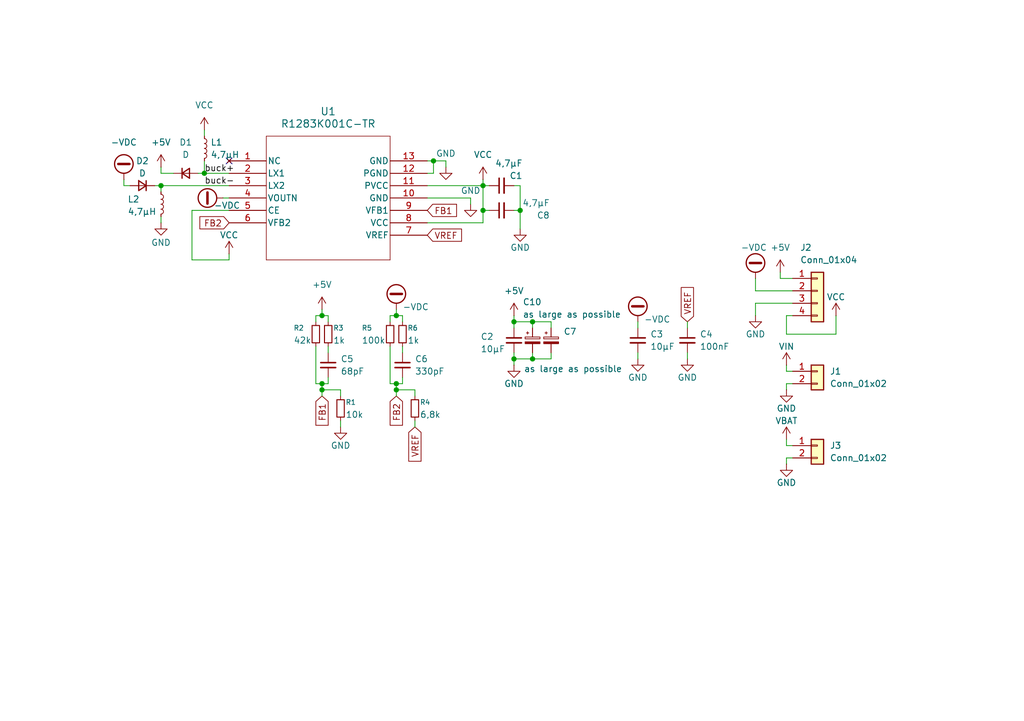
<source format=kicad_sch>
(kicad_sch (version 20250114) (generator "eeschema") (generator_version "9.0")
  (paper "A5")
  (lib_symbols
    (symbol "2025-10-09_16-12-42:R1283K001C-TR" (pin_names (offset 0.254))
      (property "Reference" "U" (at 20.32 10.16 0))
      (property "Value" "R1283K001C-TR" (at 20.32 7.62 0))
      (symbol "R1283K001C-TR_0_1"
        (polyline (pts (xy 7.62 5.08) (xy 7.62 -20.32)) (stroke (width 0.127)))
        (polyline (pts (xy 7.62 -20.32) (xy 33.02 -20.32)) (stroke (width 0.127)))
        (polyline (pts (xy 33.02 5.08) (xy 7.62 5.08)) (stroke (width 0.127)))
        (polyline (pts (xy 33.02 -20.32) (xy 33.02 5.08)) (stroke (width 0.127)))
        (pin no_connect line (at 0 0 0) (length 7.62) (name "NC") (number "1"))
        (pin power_in line (at 0 -2.54 0) (length 7.62) (name "LX1") (number "2"))
        (pin power_in line (at 0 -5.08 0) (length 7.62) (name "LX2") (number "3"))
        (pin output line (at 0 -7.62 0) (length 7.62) (name "VOUTN") (number "4"))
        (pin input line (at 0 -10.16 0) (length 7.62) (name "CE") (number "5"))
        (pin bidirectional line (at 0 -12.7 0) (length 7.62) (name "VFB2") (number "6"))
        (pin power_out line (at 40.64 0 180) (length 7.62) (name "GND") (number "13"))
        (pin power_out line (at 40.64 -2.54 180) (length 7.62) (name "PGND") (number "12"))
        (pin power_in line (at 40.64 -5.08 180) (length 7.62) (name "PVCC") (number "11"))
        (pin power_out line (at 40.64 -7.62 180) (length 7.62) (name "GND") (number "10"))
        (pin input line (at 40.64 -10.16 180) (length 7.62) (name "VFB1") (number "9"))
        (pin power_in line (at 40.64 -12.7 180) (length 7.62) (name "VCC") (number "8"))
        (pin power_in line (at 40.64 -15.24 180) (length 7.62) (name "VREF") (number "7"))
      )
    )
    (symbol "Battery_Management_Extra:MCP73831" (pin_names (offset 1.016))
      (property "Reference" "U" (at 6.35 6.35 0))
      (property "Value" "MCP73831" (at 0 -6.35 0))
      (symbol "MCP73831_0_1"
        (rectangle (start -7.62 5.08) (end 7.62 -5.08) (fill (type background)))
      )
      (symbol "MCP73831_1_1"
        (pin power_in line (at -10.16 2.54 0) (length 2.54) (name "VDD") (number "4"))
        (pin output line (at -10.16 -2.54 0) (length 2.54) (name "STAT") (number "1"))
        (pin power_out line (at 10.16 2.54 180) (length 2.54) (name "VBAT") (number "3"))
        (pin input line (at 10.16 0 180) (length 2.54) (name "PROG") (number "5"))
        (pin power_in line (at 10.16 -2.54 180) (length 2.54) (name "GND") (number "2"))
      )
    )
    (symbol "Connector_Generic:Conn_01x02" (pin_names (offset 1.016) (hide yes))
      (property "Reference" "J" (at 0 2.54 0))
      (property "Value" "Conn_01x02" (at 0 -5.08 0))
      (symbol "Conn_01x02_1_1"
        (rectangle (start -1.27 1.27) (end 1.27 -3.81) (stroke (width 0.254)) (fill (type background)))
        (rectangle (start -1.27 0.127) (end 0 -0.127) (stroke (width 0.1524)))
        (rectangle (start -1.27 -2.413) (end 0 -2.667) (stroke (width 0.1524)))
        (pin passive line (at -5.08 0 0) (length 3.81) (name "Pin_1") (number "1"))
        (pin passive line (at -5.08 -2.54 0) (length 3.81) (name "Pin_2") (number "2"))
      )
    )
    (symbol "Connector_Generic:Conn_01x04" (pin_names (offset 1.016) (hide yes))
      (property "Reference" "J" (at 0 5.08 0))
      (property "Value" "Conn_01x04" (at 0 -7.62 0))
      (symbol "Conn_01x04_1_1"
        (rectangle (start -1.27 3.81) (end 1.27 -6.35) (stroke (width 0.254)) (fill (type background)))
        (rectangle (start -1.27 2.667) (end 0 2.413) (stroke (width 0.1524)))
        (rectangle (start -1.27 0.127) (end 0 -0.127) (stroke (width 0.1524)))
        (rectangle (start -1.27 -2.413) (end 0 -2.667) (stroke (width 0.1524)))
        (rectangle (start -1.27 -4.953) (end 0 -5.207) (stroke (width 0.1524)))
        (pin passive line (at -5.08 2.54 0) (length 3.81) (name "Pin_1") (number "1"))
        (pin passive line (at -5.08 0 0) (length 3.81) (name "Pin_2") (number "2"))
        (pin passive line (at -5.08 -2.54 0) (length 3.81) (name "Pin_3") (number "3"))
        (pin passive line (at -5.08 -5.08 0) (length 3.81) (name "Pin_4") (number "4"))
      )
    )
    (symbol "Device:C_Polarized_Small" (pin_numbers (hide yes)) (pin_names (offset 0.254) (hide yes))
      (property "Reference" "C" (at 0.254 1.778 0))
      (property "Value" "C_Polarized_Small" (at 0.254 -2.032 0))
      (symbol "C_Polarized_Small_0_1"
        (rectangle (start -1.524 0.6858) (end 1.524 0.3048))
        (rectangle (start -1.524 -0.3048) (end 1.524 -0.6858) (fill (type outline)))
        (polyline (pts (xy -1.27 1.524) (xy -0.762 1.524)))
        (polyline (pts (xy -1.016 1.27) (xy -1.016 1.778)))
      )
      (symbol "C_Polarized_Small_1_1"
        (pin passive line (at 0 2.54 270) (length 1.8542) (name "~") (number "1"))
        (pin passive line (at 0 -2.54 90) (length 1.8542) (name "~") (number "2"))
      )
    )
    (symbol "Device:C_Small" (pin_numbers (hide yes)) (pin_names (offset 0.254) (hide yes))
      (property "Reference" "C" (at 0.254 1.778 0))
      (property "Value" "C_Small" (at 0.254 -2.032 0))
      (symbol "C_Small_0_1"
        (polyline (pts (xy -1.524 0.508) (xy 1.524 0.508)) (stroke (width 0.3048)))
        (polyline (pts (xy -1.524 -0.508) (xy 1.524 -0.508)) (stroke (width 0.3302)))
      )
      (symbol "C_Small_1_1"
        (pin passive line (at 0 2.54 270) (length 2.032) (name "~") (number "1"))
        (pin passive line (at 0 -2.54 90) (length 2.032) (name "~") (number "2"))
      )
    )
    (symbol "Device:D_Schottky_Small" (pin_numbers (hide yes)) (pin_names (offset 0.254) (hide yes))
      (property "Reference" "D" (at -1.27 2.032 0))
      (property "Value" "D_Schottky_Small" (at -7.112 -2.032 0))
      (symbol "D_Schottky_Small_0_1"
        (polyline (pts (xy -1.27 0.762) (xy -1.27 1.016) (xy -0.762 1.016) (xy -0.762 -1.016) (xy -0.254 -1.016) (xy -0.254 -0.762)) (stroke (width 0.254)))
        (polyline (pts (xy -0.762 0) (xy 0.762 0)))
        (polyline (pts (xy 0.762 -1.016) (xy -0.762 0) (xy 0.762 1.016) (xy 0.762 -1.016)) (stroke (width 0.254)))
      )
      (symbol "D_Schottky_Small_1_1"
        (pin passive line (at -2.54 0 0) (length 1.778) (name "K") (number "1"))
        (pin passive line (at 2.54 0 180) (length 1.778) (name "A") (number "2"))
      )
    )
    (symbol "Device:D_Small" (pin_numbers (hide yes)) (pin_names (offset 0.254) (hide yes))
      (property "Reference" "D" (at -1.27 2.032 0))
      (property "Value" "D_Small" (at -3.81 -2.032 0))
      (symbol "D_Small_0_1"
        (polyline (pts (xy -0.762 0) (xy 0.762 0)))
        (polyline (pts (xy -0.762 -1.016) (xy -0.762 1.016)) (stroke (width 0.254)))
        (polyline (pts (xy 0.762 -1.016) (xy -0.762 0) (xy 0.762 1.016) (xy 0.762 -1.016)) (stroke (width 0.254)))
      )
      (symbol "D_Small_1_1"
        (pin passive line (at -2.54 0 0) (length 1.778) (name "K") (number "1"))
        (pin passive line (at 2.54 0 180) (length 1.778) (name "A") (number "2"))
      )
    )
    (symbol "Device:LED_Small" (pin_numbers (hide yes)) (pin_names (offset 0.254) (hide yes))
      (property "Reference" "D" (at -1.27 3.175 0))
      (property "Value" "LED_Small" (at -4.445 -2.54 0))
      (symbol "LED_Small_0_1"
        (polyline (pts (xy -0.762 -1.016) (xy -0.762 1.016)) (stroke (width 0.254)))
        (polyline (pts (xy 0 0.762) (xy -0.508 1.27) (xy -0.254 1.27) (xy -0.508 1.27) (xy -0.508 1.016)))
        (polyline (pts (xy 0.508 1.27) (xy 0 1.778) (xy 0.254 1.778) (xy 0 1.778) (xy 0 1.524)))
        (polyline (pts (xy 0.762 -1.016) (xy -0.762 0) (xy 0.762 1.016) (xy 0.762 -1.016)) (stroke (width 0.254)))
        (polyline (pts (xy 1.016 0) (xy -0.762 0)))
      )
      (symbol "LED_Small_1_1"
        (pin passive line (at -2.54 0 0) (length 1.778) (name "K") (number "1"))
        (pin passive line (at 2.54 0 180) (length 1.778) (name "A") (number "2"))
      )
    )
    (symbol "Device:L_Small" (pin_numbers (hide yes)) (pin_names (offset 0.254) (hide yes))
      (property "Reference" "L" (at 0.762 1.016 0))
      (property "Value" "L_Small" (at 0.762 -1.016 0))
      (symbol "L_Small_0_1"
        (arc (start 0 2.032) (mid 0.5058 1.524) (end 0 1.016))
        (arc (start 0 1.016) (mid 0.5058 0.508) (end 0 0))
        (arc (start 0 0) (mid 0.5058 -0.508) (end 0 -1.016))
        (arc (start 0 -1.016) (mid 0.5058 -1.524) (end 0 -2.032))
      )
      (symbol "L_Small_1_1"
        (pin passive line (at 0 2.54 270) (length 0.508) (name "~") (number "1"))
        (pin passive line (at 0 -2.54 90) (length 0.508) (name "~") (number "2"))
      )
    )
    (symbol "Device:R_Small" (pin_numbers (hide yes)) (pin_names (offset 0.254) (hide yes))
      (property "Reference" "R" (at 0 0 90))
      (property "Value" "R_Small" (at 1.778 0 90))
      (symbol "R_Small_0_1"
        (rectangle (start -0.762 1.778) (end 0.762 -1.778) (stroke (width 0.2032)))
      )
      (symbol "R_Small_1_1"
        (pin passive line (at 0 2.54 270) (length 0.762) (name "~") (number "1"))
        (pin passive line (at 0 -2.54 90) (length 0.762) (name "~") (number "2"))
      )
    )
    (symbol "GND_1" (power) (pin_numbers (hide yes)) (pin_names (offset 0) (hide yes))
      (property "Value" "GND" (at 0 -3.81 0))
      (symbol "GND_1_0_1"
        (polyline (pts (xy 0 0) (xy 0 -1.27) (xy 1.27 -1.27) (xy 0 -2.54) (xy -1.27 -1.27) (xy 0 -1.27)))
      )
      (symbol "GND_1_1_1"
        (pin power_in line (at 0 0 270) (length 0) (name "~") (number "1"))
      )
    )
    (symbol "Transistor_FET:BSS84" (pin_names (hide yes))
      (property "Reference" "Q" (at 5.08 1.905 0))
      (property "Value" "BSS84" (at 5.08 0 0))
      (symbol "BSS84_0_1"
        (polyline (pts (xy 0.254 1.905) (xy 0.254 -1.905)) (stroke (width 0.254)))
        (polyline (pts (xy 0.254 0) (xy -2.54 0)))
        (polyline (pts (xy 0.762 2.286) (xy 0.762 1.27)) (stroke (width 0.254)))
        (polyline (pts (xy 0.762 1.778) (xy 3.302 1.778) (xy 3.302 -1.778) (xy 0.762 -1.778)))
        (polyline (pts (xy 0.762 0.508) (xy 0.762 -0.508)) (stroke (width 0.254)))
        (polyline (pts (xy 0.762 -1.27) (xy 0.762 -2.286)) (stroke (width 0.254)))
        (circle (center 1.651 0) (radius 2.794) (stroke (width 0.254)))
        (polyline (pts (xy 2.286 0) (xy 1.27 0.381) (xy 1.27 -0.381) (xy 2.286 0)) (fill (type outline)))
        (polyline (pts (xy 2.54 2.54) (xy 2.54 1.778)))
        (circle (center 2.54 1.778) (radius 0.254) (fill (type outline)))
        (circle (center 2.54 -1.778) (radius 0.254) (fill (type outline)))
        (polyline (pts (xy 2.54 -2.54) (xy 2.54 0) (xy 0.762 0)))
        (polyline (pts (xy 2.794 -0.508) (xy 2.921 -0.381) (xy 3.683 -0.381) (xy 3.81 -0.254)))
        (polyline (pts (xy 3.302 -0.381) (xy 2.921 0.254) (xy 3.683 0.254) (xy 3.302 -0.381)))
      )
      (symbol "BSS84_1_1"
        (pin input line (at -5.08 0 0) (length 2.54) (name "G") (number "1"))
        (pin passive line (at 2.54 5.08 270) (length 2.54) (name "D") (number "3"))
        (pin passive line (at 2.54 -5.08 90) (length 2.54) (name "S") (number "2"))
      )
    )
    (symbol "VCC_1" (power) (pin_numbers (hide yes)) (pin_names (offset 0) (hide yes))
      (property "Value" "VCC" (at 0 3.556 0))
      (symbol "VCC_1_0_1"
        (polyline (pts (xy -0.762 1.27) (xy 0 2.54)))
        (polyline (pts (xy 0 2.54) (xy 0.762 1.27)))
        (polyline (pts (xy 0 0) (xy 0 2.54)))
      )
      (symbol "VCC_1_1_1"
        (pin power_in line (at 0 0 90) (length 0) (name "~") (number "1"))
      )
    )
    (symbol "power:+5V" (power) (pin_numbers (hide yes)) (pin_names (offset 0) (hide yes))
      (property "Value" "+5V" (at 0 3.556 0))
      (symbol "+5V_0_1"
        (polyline (pts (xy -0.762 1.27) (xy 0 2.54)))
        (polyline (pts (xy 0 2.54) (xy 0.762 1.27)))
        (polyline (pts (xy 0 0) (xy 0 2.54)))
      )
      (symbol "+5V_1_1"
        (pin power_in line (at 0 0 90) (length 0) (name "~") (number "1"))
      )
    )
    (symbol "power:-VDC" (power) (pin_numbers (hide yes)) (pin_names (offset 0) (hide yes))
      (property "Value" "-VDC" (at 0 6.35 0))
      (symbol "-VDC_0_1"
        (polyline (pts (xy -1.143 3.175) (xy 1.143 3.175)) (stroke (width 0.508)))
        (circle (center 0 3.175) (radius 1.905) (stroke (width 0.254)))
        (polyline (pts (xy 0 0) (xy 0 1.27)))
      )
      (symbol "-VDC_1_1"
        (pin power_in line (at 0 0 90) (length 0) (name "~") (number "1"))
      )
    )
    (symbol "power:GND" (power) (pin_names (offset 0))
      (property "Value" "GND" (at 0 -3.81 0))
      (symbol "GND_0_1"
        (polyline (pts (xy 0 0) (xy 0 -1.27) (xy 1.27 -1.27) (xy 0 -2.54) (xy -1.27 -1.27) (xy 0 -1.27)))
      )
      (symbol "GND_1_1"
        (pin power_in line (at 0 0 270) (length 0) (hide yes) (name "GND") (number "1"))
      )
    )
    (symbol "power_extra:VBAT" (power) (pin_names (offset 0))
      (property "Value" "VBAT" (at 0 3.556 0))
      (symbol "VBAT_0_1"
        (polyline (pts (xy -0.762 1.27) (xy 0 2.54)))
        (polyline (pts (xy 0 2.54) (xy 0.762 1.27)))
        (polyline (pts (xy 0 0) (xy 0 2.54)))
      )
      (symbol "VBAT_1_1"
        (pin power_in line (at 0 0 90) (length 0) (hide yes) (name "VBAT") (number "1"))
      )
    )
  )
  (junction (at 99.06 38.1))
  (junction (at -52.07 82.55))
  (junction (at 109.22 73.66))
  (junction (at 66.04 64.77))
  (junction (at -24.13 49.53) (diameter 1.016))
  (junction (at 41.91 35.56))
  (junction (at 81.28 64.77))
  (junction (at -46.99 49.53))
  (junction (at 81.28 78.74))
  (junction (at 66.04 80.01))
  (junction (at 105.41 73.66))
  (junction (at 81.28 80.01))
  (junction (at 33.02 38.1))
  (junction (at 106.68 43.18))
  (junction (at -52.07 76.2))
  (junction (at 109.22 66.04))
  (junction (at 105.41 66.04))
  (junction (at 99.06 43.18))
  (junction (at -41.91 82.55) (diameter 1.016))
  (junction (at 66.04 78.74))
  (junction (at 88.9 33.02))
  (no_connect (at 46.99 33.02))
  (wire (pts (xy 33.02 38.1) (xy 46.99 38.1)))
  (wire (pts (xy -52.07 49.53) (xy -46.99 49.53)))
  (wire (pts (xy 161.29 64.77) (xy 162.56 64.77)))
  (wire (pts (xy 39.37 53.34) (xy 46.99 53.34)))
  (wire (pts (xy 161.29 76.2) (xy 162.56 76.2)))
  (wire (pts (xy 161.29 78.74) (xy 162.56 78.74)))
  (wire (pts (xy 81.28 81.28) (xy 81.28 80.01)))
  (wire (pts (xy 161.29 93.98) (xy 162.56 93.98)))
  (wire (pts (xy -66.04 54.61) (xy -66.04 53.34)))
  (wire (pts (xy -45.72 54.61) (xy -49.53 54.61)))
  (wire (pts (xy 31.75 38.1) (xy 33.02 38.1)))
  (wire (pts (xy -60.96 48.26) (xy -60.96 49.53)))
  (wire (pts (xy 161.29 68.58) (xy 171.45 68.58)))
  (wire (pts (xy 33.02 38.1) (xy 33.02 39.37)))
  (wire (pts (xy 66.04 80.01) (xy 69.85 80.01)))
  (wire (pts (xy 82.55 71.12) (xy 82.55 72.39)))
  (wire (pts (xy -52.07 69.85) (xy -52.07 76.2)))
  (wire (pts (xy 69.85 81.28) (xy 69.85 80.01)))
  (wire (pts (xy 66.04 78.74) (xy 66.04 80.01)))
  (wire (pts (xy 82.55 77.47) (xy 82.55 78.74)))
  (wire (pts (xy 87.63 33.02) (xy 88.9 33.02)))
  (wire (pts (xy -54.61 54.61) (xy -58.42 54.61)))
  (wire (pts (xy -41.91 71.12) (xy -41.91 69.85)))
  (wire (pts (xy 80.01 64.77) (xy 81.28 64.77)))
  (wire (pts (xy 113.03 67.31) (xy 113.03 66.04)))
  (wire (pts (xy 154.94 57.15) (xy 154.94 59.69)))
  (wire (pts (xy -24.13 54.61) (xy -24.13 55.88)))
  (wire (pts (xy 140.97 66.04) (xy 140.97 67.31)))
  (wire (pts (xy -15.24 52.07) (xy -11.43 52.07)))
  (wire (pts (xy 154.94 64.77) (xy 154.94 62.23)))
  (wire (pts (xy 154.94 59.69) (xy 162.56 59.69)))
  (wire (pts (xy 33.02 34.29) (xy 33.02 35.56)))
  (wire (pts (xy 67.31 71.12) (xy 67.31 72.39)))
  (wire (pts (xy 81.28 64.77) (xy 82.55 64.77)))
  (wire (pts (xy 91.44 34.29) (xy 91.44 33.02)))
  (wire (pts (xy 64.77 78.74) (xy 66.04 78.74)))
  (wire (pts (xy 33.02 35.56) (xy 35.56 35.56)))
  (wire (pts (xy 161.29 74.93) (xy 161.29 76.2)))
  (wire (pts (xy 105.41 38.1) (xy 106.68 38.1)))
  (wire (pts (xy 130.81 72.39) (xy 130.81 73.66)))
  (wire (pts (xy 105.41 72.39) (xy 105.41 73.66)))
  (wire (pts (xy -15.24 49.53) (xy -11.43 49.53)))
  (wire (pts (xy -69.85 52.07) (xy -69.85 48.26)))
  (wire (pts (xy 99.06 43.18) (xy 100.33 43.18)))
  (wire (pts (xy -52.07 76.2) (xy -49.53 76.2)))
  (wire (pts (xy -69.85 48.26) (xy -60.96 48.26)))
  (wire (pts (xy 106.68 46.99) (xy 106.68 43.18)))
  (wire (pts (xy 160.02 55.88) (xy 160.02 57.15)))
  (wire (pts (xy -24.13 49.53) (xy -20.32 49.53)))
  (wire (pts (xy 106.68 43.18) (xy 106.68 38.1)))
  (wire (pts (xy -24.13 49.53) (xy -24.13 48.26)))
  (wire (pts (xy 105.41 73.66) (xy 109.22 73.66)))
  (wire (pts (xy -41.91 82.55) (xy -45.72 82.55)))
  (wire (pts (xy 64.77 64.77) (xy 66.04 64.77)))
  (wire (pts (xy 161.29 68.58) (xy 161.29 64.77)))
  (wire (pts (xy -52.07 76.2) (xy -52.07 82.55)))
  (wire (pts (xy 109.22 67.31) (xy 109.22 66.04)))
  (wire (pts (xy 80.01 78.74) (xy 81.28 78.74)))
  (wire (pts (xy -52.07 82.55) (xy -50.8 82.55)))
  (wire (pts (xy 41.91 26.67) (xy 41.91 27.94)))
  (wire (pts (xy 67.31 66.04) (xy 67.31 64.77)))
  (wire (pts (xy 161.29 80.01) (xy 161.29 78.74)))
  (wire (pts (xy 81.28 78.74) (xy 82.55 78.74)))
  (wire (pts (xy -41.91 82.55) (xy -41.91 83.82)))
  (wire (pts (xy 46.99 53.34) (xy 46.99 52.07)))
  (wire (pts (xy -20.32 52.07) (xy -25.4 52.07)))
  (wire (pts (xy 66.04 78.74) (xy 67.31 78.74)))
  (wire (pts (xy 81.28 64.77) (xy 81.28 63.5)))
  (wire (pts (xy 87.63 40.64) (xy 96.52 40.64)))
  (wire (pts (xy -41.91 88.9) (xy -41.91 90.17)))
  (wire (pts (xy 99.06 36.83) (xy 99.06 38.1)))
  (wire (pts (xy -52.07 88.9) (xy -52.07 90.17)))
  (wire (pts (xy 85.09 81.28) (xy 85.09 80.01)))
  (wire (pts (xy 67.31 77.47) (xy 67.31 78.74)))
  (wire (pts (xy 81.28 80.01) (xy 85.09 80.01)))
  (wire (pts (xy 39.37 43.18) (xy 46.99 43.18)))
  (wire (pts (xy 81.28 80.01) (xy 81.28 78.74)))
  (wire (pts (xy -36.83 81.28) (xy -36.83 82.55)))
  (wire (pts (xy 87.63 38.1) (xy 99.06 38.1)))
  (wire (pts (xy 88.9 33.02) (xy 88.9 35.56)))
  (wire (pts (xy 41.91 33.02) (xy 41.91 35.56)))
  (wire (pts (xy 33.02 44.45) (xy 33.02 45.72)))
  (wire (pts (xy 109.22 73.66) (xy 113.03 73.66)))
  (wire (pts (xy 109.22 66.04) (xy 105.41 66.04)))
  (wire (pts (xy 161.29 91.44) (xy 162.56 91.44)))
  (wire (pts (xy 113.03 66.04) (xy 109.22 66.04)))
  (wire (pts (xy 80.01 66.04) (xy 80.01 64.77)))
  (wire (pts (xy -41.91 82.55) (xy -41.91 81.28)))
  (wire (pts (xy 105.41 43.18) (xy 106.68 43.18)))
  (wire (pts (xy 105.41 73.66) (xy 105.41 74.93)))
  (wire (pts (xy 160.02 57.15) (xy 162.56 57.15)))
  (wire (pts (xy 105.41 64.77) (xy 105.41 66.04)))
  (wire (pts (xy 99.06 43.18) (xy 99.06 45.72)))
  (wire (pts (xy 85.09 86.36) (xy 85.09 87.63)))
  (wire (pts (xy -25.4 54.61) (xy -24.13 54.61)))
  (wire (pts (xy -52.07 82.55) (xy -52.07 83.82)))
  (wire (pts (xy 130.81 66.04) (xy 130.81 67.31)))
  (wire (pts (xy 113.03 72.39) (xy 113.03 73.66)))
  (wire (pts (xy 99.06 38.1) (xy 99.06 43.18)))
  (wire (pts (xy 69.85 86.36) (xy 69.85 87.63)))
  (wire (pts (xy 109.22 72.39) (xy 109.22 73.66)))
  (wire (pts (xy 39.37 53.34) (xy 39.37 43.18)))
  (wire (pts (xy 40.64 35.56) (xy 41.91 35.56)))
  (wire (pts (xy 66.04 81.28) (xy 66.04 80.01)))
  (wire (pts (xy 161.29 95.25) (xy 161.29 93.98)))
  (wire (pts (xy -36.83 82.55) (xy -41.91 82.55)))
  (wire (pts (xy 25.4 38.1) (xy 26.67 38.1)))
  (wire (pts (xy 82.55 66.04) (xy 82.55 64.77)))
  (wire (pts (xy 154.94 62.23) (xy 162.56 62.23)))
  (wire (pts (xy 171.45 64.77) (xy 171.45 68.58)))
  (wire (pts (xy -60.96 49.53) (xy -57.15 49.53)))
  (wire (pts (xy 87.63 45.72) (xy 99.06 45.72)))
  (wire (pts (xy 64.77 71.12) (xy 64.77 78.74)))
  (wire (pts (xy 45.72 40.64) (xy 46.99 40.64)))
  (wire (pts (xy 140.97 72.39) (xy 140.97 73.66)))
  (wire (pts (xy -46.99 49.53) (xy -45.72 49.53)))
  (wire (pts (xy -46.99 48.26) (xy -46.99 49.53)))
  (wire (pts (xy 105.41 66.04) (xy 105.41 67.31)))
  (wire (pts (xy 80.01 71.12) (xy 80.01 78.74)))
  (wire (pts (xy -25.4 49.53) (xy -24.13 49.53)))
  (wire (pts (xy 66.04 64.77) (xy 67.31 64.77)))
  (wire (pts (xy 96.52 41.91) (xy 96.52 40.64)))
  (wire (pts (xy -66.04 54.61) (xy -63.5 54.61)))
  (wire (pts (xy 66.04 64.77) (xy 66.04 63.5)))
  (wire (pts (xy 41.91 35.56) (xy 46.99 35.56)))
  (wire (pts (xy 99.06 38.1) (xy 100.33 38.1)))
  (wire (pts (xy 25.4 36.83) (xy 25.4 38.1)))
  (wire (pts (xy 161.29 90.17) (xy 161.29 91.44)))
  (wire (pts (xy 88.9 33.02) (xy 91.44 33.02)))
  (wire (pts (xy 87.63 35.56) (xy 88.9 35.56)))
  (wire (pts (xy 64.77 66.04) (xy 64.77 64.77)))
  (label "buck+" (at 41.91 35.56 0))
  (label "buck-" (at 41.91 38.1 0))
  (global_label "VREF" (shape input) (at 140.97 66.04 90) (property "Intersheetrefs" "${INTERSHEET_REFS}" (effects (hide yes))))
  (global_label "FB2" (shape input) (at 46.99 45.72 180) (property "Intersheetrefs" "${INTERSHEET_REFS}" (effects (hide yes))))
  (global_label "FB1" (shape input) (at 87.63 43.18 0) (property "Intersheetrefs" "${INTERSHEET_REFS}" (effects (hide yes))))
  (global_label "VREF" (shape input) (at 87.63 48.26 0) (property "Intersheetrefs" "${INTERSHEET_REFS}" (effects (hide yes))))
  (global_label "FB2" (shape input) (at 81.28 81.28 270) (property "Intersheetrefs" "${INTERSHEET_REFS}" (effects (hide yes))))
  (global_label "FB1" (shape input) (at 66.04 81.28 270) (property "Intersheetrefs" "${INTERSHEET_REFS}" (effects (hide yes))))
  (global_label "VREF" (shape input) (at 85.09 87.63 270) (property "Intersheetrefs" "${INTERSHEET_REFS}" (effects (hide yes))))
  (symbol (lib_name "GND_1") (lib_id "power:GND") (at 91.44 34.29 0) (unit 1)
    (property "Reference" "#PWR03" (effects (hide yes)))
    (property "Value" "GND" (at 91.44 31.496 0))
    (property "Description" "Power symbol creates a global label with name \"GND\" , ground" (effects (hide yes)))
  )
  (symbol (lib_name "GND_1") (lib_id "power:GND") (at 130.81 73.66 0) (unit 1)
    (property "Reference" "#PWR016" (effects (hide yes)))
    (property "Value" "GND" (at 130.81 77.47 0))
    (property "Description" "Power symbol creates a global label with name \"GND\" , ground" (effects (hide yes)))
  )
  (symbol (lib_id "Device:R_Small") (at 64.77 68.58 0) (unit 1)
    (property "Reference" "R2" (at 60.198 67.31 0) (effects (font (size 1.016 1.016)) (justify left)))
    (property "Value" "42k" (at 60.198 69.85 0) (effects (justify left)))
    (property "Footprint" "Resistor_SMD:R_0603_1608Metric" (effects (hide yes)))
    (property "Description" "Resistor, small symbol" (effects (hide yes)))
  )
  (symbol (lib_id "Device:R_Small") (at -52.07 54.61 90) (mirror x) (unit 1)
    (property "Reference" "R8" (at -49.53 53.34 90) (effects (justify right)))
    (property "Value" "1K" (at -54.61 53.34 90) (effects (justify left)))
    (property "Footprint" "Resistor_SMD:R_0402_1005Metric" (effects (hide yes)))
  )
  (symbol (lib_id "Device:C_Small") (at -41.91 86.36 0) (unit 1)
    (property "Reference" "C9" (at -44.2214 85.1916 0) (effects (justify right)))
    (property "Value" "TBD" (at -44.2214 87.503 0) (effects (justify right)))
    (property "Footprint" "Capacitor_SMD:C_0402_1005Metric" (effects (hide yes)))
  )
  (symbol (lib_id "Device:D_Small") (at 38.1 35.56 0) (unit 1)
    (property "Reference" "D1" (at 38.1 29.21 0))
    (property "Value" "D" (at 38.1 31.75 0))
    (property "Footprint" "Diode_SMD:D_SOD-323" (effects (hide yes)))
    (property "Description" "Diode, small symbol" (effects (hide yes)))
    (property "Sim.Device" "D" (effects (hide yes)))
    (property "Sim.Pins" "1=K 2=A" (effects (hide yes)))
  )
  (symbol (lib_id "Connector_Generic:Conn_01x04") (at 167.64 59.69 0) (unit 1)
    (property "Reference" "J2" (at 164.084 50.8 0) (effects (justify left)))
    (property "Value" "Conn_01x04" (at 164.084 53.34 0) (effects (justify left)))
    (property "Footprint" "Connector_PinHeader_2.54mm:PinHeader_1x04_P2.54mm_Vertical" (effects (hide yes)))
    (property "Description" "Generic connector, single row, 01x04, script generated (kicad-library-utils/schlib/autogen/connector/)" (effects (hide yes)))
  )
  (symbol (lib_id "power:-VDC") (at 154.94 57.15 0) (unit 1)
    (property "Reference" "#PWR019" (effects (hide yes)))
    (property "Value" "-VDC" (at 151.892 50.8 0) (effects (justify left)))
    (property "Description" "Power symbol creates a global label with name \"-VDC\"" (effects (hide yes)))
  )
  (symbol (lib_id "power:-VDC") (at 81.28 63.5 0) (unit 1)
    (property "Reference" "#PWR014" (effects (hide yes)))
    (property "Value" "-VDC" (at 82.55 62.992 0) (effects (justify left)))
    (property "Description" "Power symbol creates a global label with name \"-VDC\"" (effects (hide yes)))
  )
  (symbol (lib_name "VCC_1") (lib_id "power:VCC") (at 171.45 64.77 0) (unit 1)
    (property "Reference" "#PWR021" (effects (hide yes)))
    (property "Value" "VCC" (at 171.45 60.96 0))
    (property "Description" "Power symbol creates a global label with name \"VCC\"" (effects (hide yes)))
  )
  (symbol (lib_id "Battery_Management_Extra:MCP73831") (at -35.56 52.07 0) (unit 1)
    (property "Reference" "U4" (at -27.94 45.72 0) (effects (font (size 1.524 1.524)) (justify right)))
    (property "Value" "MCP73831" (at -35.56 58.42 0) (effects (font (size 1.524 1.524))))
    (property "Footprint" "Package_TO_SOT_SMD:SOT-23-5" (effects (hide yes)))
    (property "Datasheet" "https://datasheet.lcsc.com/szlcsc/Microchip-Tech-MCP73831T-2ATI-OT_C14879.pdf" (effects (hide yes)))
    (property "LCSC" "C14879" (effects (hide yes)))
  )
  (symbol (lib_id "power:-VDC") (at 25.4 36.83 0) (unit 1)
    (property "Reference" "#PWR07" (effects (hide yes)))
    (property "Value" "-VDC" (at 25.4 29.21 0))
    (property "Description" "Power symbol creates a global label with name \"-VDC\"" (effects (hide yes)))
  )
  (symbol (lib_name "VCC_1") (lib_id "power:VCC") (at 161.29 74.93 0) (unit 1)
    (property "Reference" "#PWR028" (effects (hide yes)))
    (property "Value" "VIN" (at 161.29 71.12 0))
    (property "Description" "Power symbol creates a global label with name \"VCC\"" (effects (hide yes)))
  )
  (symbol (lib_id "2025-10-09_16-12-42:R1283K001C-TR") (at 46.99 33.02 0) (unit 1)
    (property "Reference" "U1" (at 67.31 22.86 0) (effects (font (size 1.524 1.524))))
    (property "Value" "R1283K001C-TR" (at 67.31 25.4 0) (effects (font (size 1.524 1.524))))
    (property "Footprint" "footprints:PE-DFNPL2730-12-180404_NMD" (effects (hide yes)))
    (property "Datasheet" "R1283K001C-TR" (effects (hide yes)))
  )
  (symbol (lib_id "power:GND") (at -11.43 52.07 90) (mirror x) (unit 1)
    (property "Reference" "#PWR0132" (effects (hide yes)))
    (property "Value" "GND" (at -6.35 52.07 90))
  )
  (symbol (lib_id "Device:C_Small") (at 82.55 74.93 0) (unit 1)
    (property "Reference" "C6" (at 85.09 73.6662 0) (effects (justify left)))
    (property "Value" "330pF" (at 85.09 76.2062 0) (effects (justify left)))
    (property "Footprint" "Capacitor_SMD:C_0603_1608Metric" (effects (hide yes)))
    (property "Description" "Unpolarized capacitor, small symbol" (effects (hide yes)))
  )
  (symbol (lib_id "power:GND") (at -69.85 52.07 0) (mirror y) (unit 1)
    (property "Reference" "#PWR023" (effects (hide yes)))
    (property "Value" "GND" (at -69.85 55.88 0))
  )
  (symbol (lib_id "Device:C_Small") (at 102.87 38.1 90) (unit 1)
    (property "Reference" "C1" (at 107.188 36.068 90) (effects (justify left)))
    (property "Value" "4,7µF" (at 107.188 33.528 90) (effects (justify left)))
    (property "Footprint" "Capacitor_SMD:C_0603_1608Metric" (effects (hide yes)))
    (property "Description" "Unpolarized capacitor, small symbol" (effects (hide yes)))
  )
  (symbol (lib_id "Device:L_Small") (at 41.91 30.48 0) (unit 1)
    (property "Reference" "L1" (at 43.18 29.2099 0) (effects (justify left)))
    (property "Value" "4,7µH" (at 43.18 31.7499 0) (effects (justify left)))
    (property "Footprint" "Inductor_SMD:L_0805_2012Metric" (effects (hide yes)))
    (property "Description" "Inductor, small symbol" (effects (hide yes)))
  )
  (symbol (lib_id "power:GND") (at -24.13 55.88 0) (mirror y) (unit 1)
    (property "Reference" "#PWR0130" (effects (hide yes)))
    (property "Value" "GND" (at -24.13 59.69 0))
  )
  (symbol (lib_id "Transistor_FET:BSS84") (at -44.45 76.2 0) (unit 1)
    (property "Reference" "Q1" (at -39.37 70.866 0) (effects (justify left)))
    (property "Value" "BSS84" (at -39.37 73.1774 0) (effects (justify left)))
    (property "Footprint" "Package_TO_SOT_SMD:SOT-23" (effects (hide yes)))
    (property "Datasheet" "http://assets.nexperia.com/documents/data-sheet/BSS84.pdf" (effects (hide yes)))
    (property "LCSC" "C85202" (effects (hide yes)))
  )
  (symbol (lib_id "Device:L_Small") (at 33.02 41.91 0) (unit 1)
    (property "Reference" "L2" (at 26.162 40.894 0) (effects (justify left)))
    (property "Value" "4,7µH" (at 26.162 43.434 0) (effects (justify left)))
    (property "Footprint" "Inductor_SMD:L_0805_2012Metric" (effects (hide yes)))
    (property "Description" "Inductor, small symbol" (effects (hide yes)))
  )
  (symbol (lib_id "Device:C_Polarized_Small") (at 113.03 69.85 0) (unit 1)
    (property "Reference" "C7" (at 115.57 68.0338 0) (effects (justify left)))
    (property "Value" "as large as possible" (at 107.442 75.692 0) (effects (justify left)))
    (property "Footprint" "Capacitor_Tantalum_SMD:CP_EIA-3528-12_Kemet-T" (effects (hide yes)))
    (property "Description" "Polarized capacitor, small symbol" (effects (hide yes)))
  )
  (symbol (lib_name "GND_1") (lib_id "power:GND") (at 69.85 87.63 0) (unit 1)
    (property "Reference" "#PWR017" (effects (hide yes)))
    (property "Value" "GND" (at 69.85 91.44 0))
    (property "Description" "Power symbol creates a global label with name \"GND\" , ground" (effects (hide yes)))
  )
  (symbol (lib_id "Device:R_Small") (at 69.85 83.82 0) (unit 1)
    (property "Reference" "R1" (at 70.866 82.55 0) (effects (font (size 1.016 1.016)) (justify left)))
    (property "Value" "10k" (at 70.866 85.09 0) (effects (justify left)))
    (property "Footprint" "Resistor_SMD:R_0603_1608Metric" (effects (hide yes)))
    (property "Description" "Resistor, small symbol" (effects (hide yes)))
  )
  (symbol (lib_id "power:GND") (at -52.07 90.17 0) (unit 1)
    (property "Reference" "#PWR0136" (effects (hide yes)))
    (property "Value" "GND" (at -52.07 93.98 0))
  )
  (symbol (lib_name "GND_1") (lib_id "power:GND") (at 161.29 80.01 0) (unit 1)
    (property "Reference" "#PWR029" (effects (hide yes)))
    (property "Value" "GND" (at 161.29 83.82 0))
    (property "Description" "Power symbol creates a global label with name \"GND\" , ground" (effects (hide yes)))
  )
  (symbol (lib_name "VCC_1") (lib_id "power:VCC") (at -52.07 69.85 0) (unit 1)
    (property "Reference" "#PWR025" (effects (hide yes)))
    (property "Value" "VIN" (at -52.07 66.04 0))
    (property "Description" "Power symbol creates a global label with name \"VCC\"" (effects (hide yes)))
  )
  (symbol (lib_id "Device:LED_Small") (at -60.96 54.61 0) (mirror y) (unit 1)
    (property "Reference" "D4" (at -60.96 52.07 0))
    (property "Value" "LED_CHR" (effects (hide yes)))
    (property "Footprint" "LED_SMD:LED_0402_1005Metric" (effects (hide yes)))
  )
  (symbol (lib_name "GND_1") (lib_id "power:GND") (at 106.68 46.99 0) (unit 1)
    (property "Reference" "#PWR02" (effects (hide yes)))
    (property "Value" "GND" (at 106.68 50.8 0))
    (property "Description" "Power symbol creates a global label with name \"GND\" , ground" (effects (hide yes)))
  )
  (symbol (lib_name "GND_1") (lib_id "power:GND") (at 161.29 95.25 0) (unit 1)
    (property "Reference" "#PWR031" (effects (hide yes)))
    (property "Value" "GND" (at 161.29 99.06 0))
    (property "Description" "Power symbol creates a global label with name \"GND\" , ground" (effects (hide yes)))
  )
  (symbol (lib_id "power:GND") (at -41.91 90.17 0) (unit 1)
    (property "Reference" "#PWR0126" (effects (hide yes)))
    (property "Value" "GND" (at -41.91 93.98 0))
  )
  (symbol (lib_id "power_extra:VBAT") (at -41.91 69.85 0) (unit 1)
    (property "Reference" "#PWR0135" (effects (hide yes)))
    (property "Value" "VBAT" (at -41.91 66.04 0))
  )
  (symbol (lib_name "VCC_1") (lib_id "power:VCC") (at -66.04 53.34 0) (unit 1)
    (property "Reference" "#PWR027" (effects (hide yes)))
    (property "Value" "VIN" (at -66.04 49.53 0))
    (property "Description" "Power symbol creates a global label with name \"VCC\"" (effects (hide yes)))
  )
  (symbol (lib_id "Device:R_Small") (at 67.31 68.58 0) (unit 1)
    (property "Reference" "R3" (at 68.326 67.31 0) (effects (font (size 1.016 1.016)) (justify left)))
    (property "Value" "1k" (at 68.326 69.85 0) (effects (justify left)))
    (property "Footprint" "Resistor_SMD:R_0603_1608Metric" (effects (hide yes)))
    (property "Description" "Resistor, small symbol" (effects (hide yes)))
  )
  (symbol (lib_id "power:+5V") (at 33.02 34.29 0) (unit 1)
    (property "Reference" "#PWR06" (effects (hide yes)))
    (property "Value" "+5V" (at 33.02 29.21 0))
    (property "Description" "Power symbol creates a global label with name \"+5V\"" (effects (hide yes)))
  )
  (symbol (lib_name "GND_1") (lib_id "power:GND") (at 154.94 64.77 0) (unit 1)
    (property "Reference" "#PWR020" (effects (hide yes)))
    (property "Value" "GND" (at 154.94 68.58 0))
    (property "Description" "Power symbol creates a global label with name \"GND\" , ground" (effects (hide yes)))
  )
  (symbol (lib_id "Device:D_Schottky_Small") (at -48.26 82.55 0) (mirror y) (unit 1)
    (property "Reference" "D5" (at -48.26 79.6798 0))
    (property "Value" "D_Schottky_Small" (effects (hide yes)))
    (property "Footprint" "Diode_SMD:D_SOD-323" (effects (hide yes)))
    (property "LCSC" "C114023" (effects (hide yes)))
  )
  (symbol (lib_name "VCC_1") (lib_id "power:VCC") (at 99.06 36.83 0) (unit 1)
    (property "Reference" "#PWR022" (effects (hide yes)))
    (property "Value" "VCC" (at 99.06 31.75 0))
    (property "Description" "Power symbol creates a global label with name \"VCC\"" (effects (hide yes)))
  )
  (symbol (lib_id "Device:R_Small") (at 85.09 83.82 0) (unit 1)
    (property "Reference" "R4" (at 86.106 82.55 0) (effects (font (size 1.016 1.016)) (justify left)))
    (property "Value" "6,8k" (at 86.106 85.09 0) (effects (justify left)))
    (property "Footprint" "Resistor_SMD:R_0603_1608Metric" (effects (hide yes)))
    (property "Description" "Resistor, small symbol" (effects (hide yes)))
  )
  (symbol (lib_id "Device:C_Small") (at -17.78 49.53 270) (unit 1)
    (property "Reference" "C16" (at -19.05 48.26 90) (effects (justify right)))
    (property "Value" "10uF" (at -16.51 48.26 90) (effects (justify left)))
    (property "Footprint" "Capacitor_SMD:C_0603_1608Metric" (effects (hide yes)))
  )
  (symbol (lib_id "power:-VDC") (at 45.72 40.64 90) (unit 1)
    (property "Reference" "#PWR010" (effects (hide yes)))
    (property "Value" "-VDC" (at 49.276 42.164 90) (effects (justify left)))
    (property "Description" "Power symbol creates a global label with name \"-VDC\"" (effects (hide yes)))
  )
  (symbol (lib_id "Device:R_Small") (at 80.01 68.58 0) (unit 1)
    (property "Reference" "R5" (at 74.168 67.31 0) (effects (font (size 1.016 1.016)) (justify left)))
    (property "Value" "100k" (at 74.168 69.85 0) (effects (justify left)))
    (property "Footprint" "Resistor_SMD:R_0603_1608Metric" (effects (hide yes)))
    (property "Description" "Resistor, small symbol" (effects (hide yes)))
  )
  (symbol (lib_id "Device:R_Small") (at -17.78 52.07 270) (unit 1)
    (property "Reference" "R7" (at -20.32 50.8 90) (effects (justify right)))
    (property "Value" "2K" (at -15.24 50.8 90) (effects (justify left)))
    (property "Footprint" "Resistor_SMD:R_0402_1005Metric" (effects (hide yes)))
  )
  (symbol (lib_id "power_extra:VBAT") (at 161.29 90.17 0) (unit 1)
    (property "Reference" "#PWR030" (effects (hide yes)))
    (property "Value" "VBAT" (at 161.29 86.36 0))
  )
  (symbol (lib_id "Device:D_Small") (at 29.21 38.1 180) (unit 1)
    (property "Reference" "D2" (at 29.21 33.02 0))
    (property "Value" "D" (at 29.21 35.56 0))
    (property "Footprint" "Diode_SMD:D_SOD-323" (effects (hide yes)))
    (property "Description" "Diode, small symbol" (effects (hide yes)))
    (property "Sim.Device" "D" (effects (hide yes)))
    (property "Sim.Pins" "1=K 2=A" (effects (hide yes)))
  )
  (symbol (lib_id "Device:C_Small") (at -54.61 49.53 270) (unit 1)
    (property "Reference" "C18" (at -55.88 48.26 90) (effects (justify right)))
    (property "Value" "100nF" (at -53.34 48.26 90) (effects (justify left)))
    (property "Footprint" "Capacitor_SMD:C_0402_1005Metric" (effects (hide yes)))
  )
  (symbol (lib_name "GND_1") (lib_id "power:GND") (at 105.41 74.93 0) (unit 1)
    (property "Reference" "#PWR015" (effects (hide yes)))
    (property "Value" "GND" (at 105.41 78.74 0))
    (property "Description" "Power symbol creates a global label with name \"GND\" , ground" (effects (hide yes)))
  )
  (symbol (lib_name "GND_1") (lib_id "power:GND") (at 96.52 41.91 0) (unit 1)
    (property "Reference" "#PWR04" (effects (hide yes)))
    (property "Value" "GND" (at 96.52 39.116 0))
    (property "Description" "Power symbol creates a global label with name \"GND\" , ground" (effects (hide yes)))
  )
  (symbol (lib_id "Connector_Generic:Conn_01x02") (at 167.64 76.2 0) (unit 1)
    (property "Reference" "J1" (at 170.18 76.1999 0) (effects (justify left)))
    (property "Value" "Conn_01x02" (at 170.18 78.7399 0) (effects (justify left)))
    (property "Description" "Generic connector, single row, 01x02, script generated (kicad-library-utils/schlib/autogen/connector/)" (effects (hide yes)))
  )
  (symbol (lib_id "power_extra:VBAT") (at -24.13 48.26 0) (unit 1)
    (property "Reference" "#PWR0129" (effects (hide yes)))
    (property "Value" "VBAT" (at -24.13 44.45 0))
  )
  (symbol (lib_name "GND_1") (lib_id "power:GND") (at 33.02 45.72 0) (unit 1)
    (property "Reference" "#PWR09" (effects (hide yes)))
    (property "Value" "GND" (at 33.02 49.784 0))
    (property "Description" "Power symbol creates a global label with name \"GND\" , ground" (effects (hide yes)))
  )
  (symbol (lib_id "Device:C_Small") (at 102.87 43.18 90) (unit 1)
    (property "Reference" "C8" (at 112.776 44.196 90) (effects (justify left)))
    (property "Value" "4,7µF" (at 112.776 41.656 90) (effects (justify left)))
    (property "Footprint" "Capacitor_SMD:C_0603_1608Metric" (effects (hide yes)))
    (property "Description" "Unpolarized capacitor, small symbol" (effects (hide yes)))
  )
  (symbol (lib_id "Device:R_Small") (at -52.07 86.36 0) (mirror x) (unit 1)
    (property "Reference" "R9" (at -53.5432 85.1916 0) (effects (justify right)))
    (property "Value" "100K" (at -53.5432 87.503 0) (effects (justify right)))
    (property "Footprint" "Resistor_SMD:R_0402_1005Metric" (effects (hide yes)))
  )
  (symbol (lib_name "GND_1") (lib_id "power:GND") (at 140.97 73.66 0) (unit 1)
    (property "Reference" "#PWR018" (effects (hide yes)))
    (property "Value" "GND" (at 140.97 77.47 0))
    (property "Description" "Power symbol creates a global label with name \"GND\" , ground" (effects (hide yes)))
  )
  (symbol (lib_name "VCC_1") (lib_id "power:VCC") (at -46.99 48.26 0) (unit 1)
    (property "Reference" "#PWR026" (effects (hide yes)))
    (property "Value" "VIN" (at -46.99 44.45 0))
    (property "Description" "Power symbol creates a global label with name \"VCC\"" (effects (hide yes)))
  )
  (symbol (lib_id "Connector_Generic:Conn_01x02") (at 167.64 91.44 0) (unit 1)
    (property "Reference" "J3" (at 170.18 91.4399 0) (effects (justify left)))
    (property "Value" "Conn_01x02" (at 170.18 93.9799 0) (effects (justify left)))
    (property "Description" "Generic connector, single row, 01x02, script generated (kicad-library-utils/schlib/autogen/connector/)" (effects (hide yes)))
  )
  (symbol (lib_id "power:+5V") (at 105.41 64.77 0) (unit 1)
    (property "Reference" "#PWR013" (effects (hide yes)))
    (property "Value" "+5V" (at 105.41 59.69 0))
    (property "Description" "Power symbol creates a global label with name \"+5V\"" (effects (hide yes)))
  )
  (symbol (lib_id "Device:C_Small") (at 140.97 69.85 0) (unit 1)
    (property "Reference" "C4" (at 143.51 68.5862 0) (effects (justify left)))
    (property "Value" "100nF" (at 143.51 71.1262 0) (effects (justify left)))
    (property "Footprint" "Capacitor_SMD:C_0603_1608Metric" (effects (hide yes)))
    (property "Description" "Unpolarized capacitor, small symbol" (effects (hide yes)))
  )
  (symbol (lib_id "power:+5V") (at 66.04 63.5 0) (unit 1)
    (property "Reference" "#PWR011" (effects (hide yes)))
    (property "Value" "+5V" (at 66.04 58.42 0))
    (property "Description" "Power symbol creates a global label with name \"+5V\"" (effects (hide yes)))
  )
  (symbol (lib_name "VCC_1") (lib_id "power:VCC") (at 41.91 26.67 0) (unit 1)
    (property "Reference" "#PWR08" (effects (hide yes)))
    (property "Value" "VCC" (at 41.91 21.59 0))
    (property "Description" "Power symbol creates a global label with name \"VCC\"" (effects (hide yes)))
  )
  (symbol (lib_name "VCC_1") (lib_id "power:VCC") (at -36.83 81.28 0) (unit 1)
    (property "Reference" "#PWR024" (effects (hide yes)))
    (property "Value" "VCC" (at -36.83 77.47 0))
    (property "Description" "Power symbol creates a global label with name \"VCC\"" (effects (hide yes)))
  )
  (symbol (lib_name "VCC_1") (lib_id "power:VCC") (at 46.99 52.07 0) (unit 1)
    (property "Reference" "#PWR05" (effects (hide yes)))
    (property "Value" "VCC" (at 46.99 48.26 0))
    (property "Description" "Power symbol creates a global label with name \"VCC\"" (effects (hide yes)))
  )
  (symbol (lib_id "Device:C_Small") (at 67.31 74.93 0) (unit 1)
    (property "Reference" "C5" (at 69.85 73.6662 0) (effects (justify left)))
    (property "Value" "68pF" (at 69.85 76.2062 0) (effects (justify left)))
    (property "Footprint" "Capacitor_SMD:C_0603_1608Metric" (effects (hide yes)))
    (property "Description" "Unpolarized capacitor, small symbol" (effects (hide yes)))
  )
  (symbol (lib_id "power:+5V") (at 160.02 55.88 0) (unit 1)
    (property "Reference" "#PWR01" (effects (hide yes)))
    (property "Value" "+5V" (at 160.02 50.8 0))
    (property "Description" "Power symbol creates a global label with name \"+5V\"" (effects (hide yes)))
  )
  (symbol (lib_id "power:-VDC") (at 130.81 66.04 0) (unit 1)
    (property "Reference" "#PWR012" (effects (hide yes)))
    (property "Value" "-VDC" (at 132.08 65.532 0) (effects (justify left)))
    (property "Description" "Power symbol creates a global label with name \"-VDC\"" (effects (hide yes)))
  )
  (symbol (lib_id "Device:C_Small") (at 130.81 69.85 0) (unit 1)
    (property "Reference" "C3" (at 133.35 68.5862 0) (effects (justify left)))
    (property "Value" "10µF" (at 133.35 71.1262 0) (effects (justify left)))
    (property "Footprint" "Capacitor_SMD:C_0603_1608Metric" (effects (hide yes)))
    (property "Description" "Unpolarized capacitor, small symbol" (effects (hide yes)))
  )
  (symbol (lib_id "power:GND") (at -11.43 49.53 90) (mirror x) (unit 1)
    (property "Reference" "#PWR0131" (effects (hide yes)))
    (property "Value" "GND" (at -6.35 49.53 90))
  )
  (symbol (lib_id "Device:C_Small") (at 105.41 69.85 0) (unit 1)
    (property "Reference" "C2" (at 98.552 69.088 0) (effects (justify left)))
    (property "Value" "10µF" (at 98.552 71.628 0) (effects (justify left)))
    (property "Footprint" "Capacitor_SMD:C_0603_1608Metric" (effects (hide yes)))
    (property "Description" "Unpolarized capacitor, small symbol" (effects (hide yes)))
  )
  (symbol (lib_id "Device:R_Small") (at 82.55 68.58 0) (unit 1)
    (property "Reference" "R6" (at 83.566 67.31 0) (effects (font (size 1.016 1.016)) (justify left)))
    (property "Value" "1k" (at 83.566 69.85 0) (effects (justify left)))
    (property "Footprint" "Resistor_SMD:R_0603_1608Metric" (effects (hide yes)))
    (property "Description" "Resistor, small symbol" (effects (hide yes)))
  )
  (symbol (lib_id "Device:C_Polarized_Small") (at 109.22 69.85 0) (unit 1)
    (property "Reference" "C10" (at 107.188 61.976 0) (effects (justify left)))
    (property "Value" "as large as possible" (at 107.188 64.516 0) (effects (justify left)))
    (property "Footprint" "Capacitor_Tantalum_SMD:CP_EIA-3528-12_Kemet-T" (effects (hide yes)))
    (property "Description" "Polarized capacitor, small symbol" (effects (hide yes)))
  )
)
</source>
